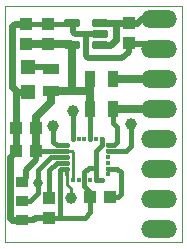
<source format=gbr>
%TF.GenerationSoftware,KiCad,Pcbnew,7.0.1*%
%TF.CreationDate,2023-08-18T01:43:33-03:00*%
%TF.ProjectId,PCB-MPU-9150,5043422d-4d50-4552-9d39-3135302e6b69,rev?*%
%TF.SameCoordinates,Original*%
%TF.FileFunction,Copper,L1,Top*%
%TF.FilePolarity,Positive*%
%FSLAX46Y46*%
G04 Gerber Fmt 4.6, Leading zero omitted, Abs format (unit mm)*
G04 Created by KiCad (PCBNEW 7.0.1) date 2023-08-18 01:43:33*
%MOMM*%
%LPD*%
G01*
G04 APERTURE LIST*
G04 Aperture macros list*
%AMRoundRect*
0 Rectangle with rounded corners*
0 $1 Rounding radius*
0 $2 $3 $4 $5 $6 $7 $8 $9 X,Y pos of 4 corners*
0 Add a 4 corners polygon primitive as box body*
4,1,4,$2,$3,$4,$5,$6,$7,$8,$9,$2,$3,0*
0 Add four circle primitives for the rounded corners*
1,1,$1+$1,$2,$3*
1,1,$1+$1,$4,$5*
1,1,$1+$1,$6,$7*
1,1,$1+$1,$8,$9*
0 Add four rect primitives between the rounded corners*
20,1,$1+$1,$2,$3,$4,$5,0*
20,1,$1+$1,$4,$5,$6,$7,0*
20,1,$1+$1,$6,$7,$8,$9,0*
20,1,$1+$1,$8,$9,$2,$3,0*%
G04 Aperture macros list end*
%TA.AperFunction,SMDPad,CuDef*%
%ADD10R,1.000000X1.100000*%
%TD*%
%TA.AperFunction,SMDPad,CuDef*%
%ADD11R,1.397000X0.889000*%
%TD*%
%TA.AperFunction,SMDPad,CuDef*%
%ADD12R,1.100000X1.000000*%
%TD*%
%TA.AperFunction,SMDPad,CuDef*%
%ADD13RoundRect,0.060000X0.615000X-0.240000X0.615000X0.240000X-0.615000X0.240000X-0.615000X-0.240000X0*%
%TD*%
%TA.AperFunction,SMDPad,CuDef*%
%ADD14R,1.198880X1.198880*%
%TD*%
%TA.AperFunction,SMDPad,CuDef*%
%ADD15R,1.000000X0.889000*%
%TD*%
%TA.AperFunction,SMDPad,CuDef*%
%ADD16R,0.889000X1.397000*%
%TD*%
%TA.AperFunction,SMDPad,CuDef*%
%ADD17R,0.350000X0.400000*%
%TD*%
%TA.AperFunction,SMDPad,CuDef*%
%ADD18R,0.400000X0.350000*%
%TD*%
%TA.AperFunction,ComponentPad*%
%ADD19O,3.016000X1.508000*%
%TD*%
%TA.AperFunction,ViaPad*%
%ADD20C,1.000000*%
%TD*%
%TA.AperFunction,ViaPad*%
%ADD21C,0.800000*%
%TD*%
%TA.AperFunction,Conductor*%
%ADD22C,0.400000*%
%TD*%
%TA.AperFunction,Conductor*%
%ADD23C,0.600000*%
%TD*%
%TA.AperFunction,Conductor*%
%ADD24C,0.500000*%
%TD*%
%TA.AperFunction,Conductor*%
%ADD25C,0.700000*%
%TD*%
%TA.AperFunction,Conductor*%
%ADD26C,0.250000*%
%TD*%
%TA.AperFunction,Profile*%
%ADD27C,0.100000*%
%TD*%
G04 APERTURE END LIST*
D10*
%TO.P,C2,1*%
%TO.N,GND*%
X158600000Y-57950000D03*
%TO.P,C2,2*%
%TO.N,Net-(U1-REGOUT)*%
X158600000Y-56250000D03*
%TD*%
D11*
%TO.P,R3,1*%
%TO.N,+3.3V*%
X158775238Y-47184250D03*
%TO.P,R3,2*%
%TO.N,Net-(LED1-A)*%
X158775238Y-45279250D03*
%TD*%
D12*
%TO.P,C1,1*%
%TO.N,GND*%
X162100000Y-56150000D03*
%TO.P,C1,2*%
%TO.N,Net-(U1-CPOUT)*%
X163800000Y-56150000D03*
%TD*%
D13*
%TO.P,U2,1,VIN*%
%TO.N,VCC*%
X162890238Y-43300000D03*
%TO.P,U2,2,GND*%
%TO.N,GND*%
X162890238Y-42350000D03*
X160520238Y-41400000D03*
%TO.P,U2,3,EN*%
%TO.N,VCC*%
X162890238Y-41400000D03*
%TO.P,U2,5,VOUT*%
%TO.N,+3.3V*%
X160520238Y-43300000D03*
%TD*%
D10*
%TO.P,C5,1*%
%TO.N,GND*%
X156655238Y-41500000D03*
%TO.P,C5,2*%
%TO.N,+3.3V*%
X156655238Y-43200000D03*
%TD*%
D14*
%TO.P,LED1,1,A*%
%TO.N,Net-(LED1-A)*%
X156825238Y-45150980D03*
%TO.P,LED1,2,K*%
%TO.N,GND*%
X156825238Y-47249020D03*
%TD*%
D10*
%TO.P,C7,1*%
%TO.N,VCC*%
X165350000Y-41450000D03*
%TO.P,C7,2*%
%TO.N,GND*%
X165350000Y-43150000D03*
%TD*%
D15*
%TO.P,JP1,1,A*%
%TO.N,GND*%
X156300000Y-58100000D03*
%TO.P,JP1,2,C*%
%TO.N,/AD0*%
X156300000Y-56500000D03*
%TO.P,JP1,3,B*%
%TO.N,+3.3V*%
X156300000Y-54900000D03*
%TD*%
D12*
%TO.P,C4,1*%
%TO.N,+3.3V*%
X157515238Y-52240000D03*
%TO.P,C4,2*%
%TO.N,GND*%
X155815238Y-52240000D03*
%TD*%
D10*
%TO.P,C6,1*%
%TO.N,GND*%
X158515238Y-41500000D03*
%TO.P,C6,2*%
%TO.N,+3.3V*%
X158515238Y-43200000D03*
%TD*%
D12*
%TO.P,C3,1*%
%TO.N,+3.3V*%
X157515238Y-50320000D03*
%TO.P,C3,2*%
%TO.N,GND*%
X155815238Y-50320000D03*
%TD*%
D16*
%TO.P,R1,1*%
%TO.N,+3.3V*%
X162105238Y-48710000D03*
%TO.P,R1,2*%
%TO.N,/SDA*%
X164010238Y-48710000D03*
%TD*%
%TO.P,R2,1*%
%TO.N,+3.3V*%
X162095238Y-46170000D03*
%TO.P,R2,2*%
%TO.N,/SCL*%
X164000238Y-46170000D03*
%TD*%
D17*
%TO.P,U1,1,CLKIN*%
%TO.N,GND*%
X163105238Y-51255000D03*
%TO.P,U1,2,RESV*%
%TO.N,unconnected-(U1-RESV-Pad2)*%
X162605238Y-51255000D03*
%TO.P,U1,3,VDD*%
%TO.N,+3.3V*%
X162105238Y-51255000D03*
%TO.P,U1,4,RESV*%
%TO.N,unconnected-(U1-RESV-Pad4)*%
X161605238Y-51255000D03*
%TO.P,U1,5,RESV*%
%TO.N,unconnected-(U1-RESV-Pad5)*%
X161105238Y-51255000D03*
%TO.P,U1,6,ES_DA*%
%TO.N,/XDA*%
X160605238Y-51255000D03*
D18*
%TO.P,U1,7,ES_CL*%
%TO.N,/XCL*%
X160120238Y-51740000D03*
%TO.P,U1,8,VLOGIC*%
%TO.N,+3.3V*%
X160120238Y-52240000D03*
%TO.P,U1,9,AD0*%
%TO.N,/AD0*%
X160120238Y-52740000D03*
%TO.P,U1,10,REGOUT*%
%TO.N,Net-(U1-REGOUT)*%
X160120238Y-53240000D03*
%TO.P,U1,11,FSYNC*%
%TO.N,GND*%
X160120238Y-53740000D03*
%TO.P,U1,12,INT*%
%TO.N,/INT*%
X160120238Y-54240000D03*
D17*
%TO.P,U1,13,VDD*%
%TO.N,+3.3V*%
X160605238Y-54725000D03*
%TO.P,U1,14,RESV*%
%TO.N,unconnected-(U1-RESV-Pad14)*%
X161105238Y-54725000D03*
%TO.P,U1,15,GND*%
%TO.N,GND*%
X161605238Y-54725000D03*
%TO.P,U1,16,RESV*%
%TO.N,unconnected-(U1-RESV-Pad16)*%
X162105238Y-54725000D03*
%TO.P,U1,17,GND*%
%TO.N,GND*%
X162605238Y-54725000D03*
%TO.P,U1,18,GND*%
X163105238Y-54725000D03*
D18*
%TO.P,U1,19,RESV*%
%TO.N,unconnected-(U1-RESV-Pad19)*%
X163590238Y-54240000D03*
%TO.P,U1,20,CPOUT*%
%TO.N,Net-(U1-CPOUT)*%
X163590238Y-53740000D03*
%TO.P,U1,21,RESV*%
%TO.N,unconnected-(U1-RESV-Pad21)*%
X163590238Y-53240000D03*
%TO.P,U1,22,RESV*%
%TO.N,unconnected-(U1-RESV-Pad22)*%
X163590238Y-52740000D03*
%TO.P,U1,23,SCL*%
%TO.N,/SCL*%
X163590238Y-52240000D03*
%TO.P,U1,24,SDA*%
%TO.N,/SDA*%
X163590238Y-51740000D03*
%TD*%
D19*
%TO.P,P1,1,P1*%
%TO.N,VCC*%
X167895238Y-41090000D03*
%TO.P,P1,2,P2*%
%TO.N,GND*%
X167895238Y-43630000D03*
%TO.P,P1,3,P3*%
%TO.N,/SCL*%
X167895238Y-46170000D03*
%TO.P,P1,4,P4*%
%TO.N,/SDA*%
X167895238Y-48710000D03*
%TO.P,P1,5,P5*%
%TO.N,/XDA*%
X167895238Y-51250000D03*
%TO.P,P1,6,P6*%
%TO.N,/XCL*%
X167895238Y-53790000D03*
%TO.P,P1,7,P7*%
%TO.N,/AD0*%
X167895238Y-56330000D03*
%TO.P,P1,8,P8*%
%TO.N,/INT*%
X167895238Y-58870000D03*
%TD*%
D20*
%TO.N,/SCL*%
X165575238Y-50000000D03*
%TO.N,/XDA*%
X160605238Y-48890000D03*
%TO.N,/XCL*%
X158975238Y-50150000D03*
%TO.N,/INT*%
X160500000Y-56200000D03*
D21*
%TO.N,/AD0*%
X157700000Y-54950000D03*
%TD*%
D22*
%TO.N,GND*%
X163105238Y-51255000D02*
X163090238Y-51270000D01*
X158515238Y-41500000D02*
X160575238Y-41500000D01*
X162600000Y-53689524D02*
X162605238Y-53694762D01*
D23*
X155500000Y-46800000D02*
X155949020Y-47249020D01*
D24*
X161700000Y-44200000D02*
X161700000Y-42450000D01*
X161800000Y-42350000D02*
X162890238Y-42350000D01*
D22*
X161605238Y-54044762D02*
X161605238Y-54725000D01*
D23*
X155815238Y-52240000D02*
X155285238Y-52770000D01*
D22*
X161605238Y-54725000D02*
X161605238Y-55200000D01*
D24*
X165400000Y-43200000D02*
X165350000Y-43150000D01*
X161900000Y-44400000D02*
X161700000Y-44200000D01*
D22*
X162100000Y-55694762D02*
X162100000Y-56150000D01*
X161955238Y-53694762D02*
X161605238Y-54044762D01*
D24*
X160800000Y-42350000D02*
X161800000Y-42350000D01*
D23*
X155815238Y-50320000D02*
X155815238Y-52240000D01*
D24*
X165350000Y-43850000D02*
X164800000Y-44400000D01*
D22*
X163090238Y-51745000D02*
X162600000Y-52235238D01*
D24*
X157450000Y-57950000D02*
X157300000Y-58100000D01*
D23*
X155285238Y-52770000D02*
X155285238Y-57950000D01*
X155685238Y-41500000D02*
X155500000Y-41685238D01*
X155500000Y-41685238D02*
X155500000Y-46800000D01*
D24*
X160665238Y-41590000D02*
X160665238Y-42215238D01*
D23*
X155435238Y-58100000D02*
X156300000Y-58100000D01*
D24*
X161700000Y-42450000D02*
X161800000Y-42350000D01*
D22*
X162605238Y-53694762D02*
X162605238Y-54205238D01*
D24*
X165350000Y-43150000D02*
X165350000Y-43850000D01*
D22*
X162100000Y-56150000D02*
X162100000Y-57450000D01*
X159550000Y-57900000D02*
X159500000Y-57850000D01*
X158515238Y-41500000D02*
X156655238Y-41500000D01*
D24*
X164800000Y-44400000D02*
X161900000Y-44400000D01*
X157300000Y-58100000D02*
X156300000Y-58100000D01*
D22*
X158650000Y-57900000D02*
X158600000Y-57950000D01*
X162600000Y-52235238D02*
X162600000Y-53689524D01*
X159500000Y-57850000D02*
X159500000Y-53900000D01*
X162100000Y-57450000D02*
X161650000Y-57900000D01*
X159500000Y-53900000D02*
X159660000Y-53740000D01*
X162605238Y-53694762D02*
X161955238Y-53694762D01*
X162605238Y-54725000D02*
X162605238Y-54205238D01*
D24*
X167895238Y-43630000D02*
X167465238Y-43200000D01*
D22*
X161605238Y-55200000D02*
X162100000Y-55694762D01*
D24*
X158600000Y-57950000D02*
X157450000Y-57950000D01*
X160665238Y-42215238D02*
X160800000Y-42350000D01*
D22*
X163105238Y-54725000D02*
X162605238Y-54725000D01*
X161650000Y-57900000D02*
X158650000Y-57900000D01*
D23*
X155285238Y-57950000D02*
X155435238Y-58100000D01*
D24*
X167465238Y-43200000D02*
X165400000Y-43200000D01*
D22*
X159660000Y-53740000D02*
X160120238Y-53740000D01*
D23*
X155949020Y-47249020D02*
X155815238Y-47382802D01*
X156655238Y-41500000D02*
X155685238Y-41500000D01*
X155949020Y-47249020D02*
X156825238Y-47249020D01*
X155815238Y-47382802D02*
X155815238Y-50320000D01*
D22*
X163090238Y-51270000D02*
X163090238Y-51745000D01*
%TO.N,Net-(U1-CPOUT)*%
X164385238Y-53740000D02*
X163590238Y-53740000D01*
X164700000Y-55900000D02*
X164700000Y-54054762D01*
X164700000Y-54054762D02*
X164385238Y-53740000D01*
X164450000Y-56150000D02*
X164700000Y-55900000D01*
X163800000Y-56150000D02*
X164450000Y-56150000D01*
%TO.N,Net-(U1-REGOUT)*%
X159260000Y-53240000D02*
X160120238Y-53240000D01*
X158600000Y-53900000D02*
X159260000Y-53240000D01*
X158600000Y-56250000D02*
X158600000Y-53900000D01*
D25*
%TO.N,+3.3V*%
X157515238Y-50320000D02*
X157515238Y-52240000D01*
X158515238Y-43200000D02*
X160420238Y-43200000D01*
X162090988Y-47184250D02*
X160545238Y-47184250D01*
X158775238Y-48090000D02*
X157515238Y-49350000D01*
X160520238Y-47159250D02*
X160545238Y-47184250D01*
X162095238Y-47180000D02*
X162090988Y-47184250D01*
X162095238Y-48700000D02*
X162105238Y-48710000D01*
X156655238Y-43200000D02*
X158515238Y-43200000D01*
X158775238Y-47184250D02*
X158775238Y-48090000D01*
X160520238Y-43300000D02*
X160520238Y-47159250D01*
D24*
X156650000Y-54550000D02*
X156650000Y-53850000D01*
D26*
X160540000Y-52240000D02*
X160120238Y-52240000D01*
D25*
X157515238Y-49350000D02*
X157515238Y-50320000D01*
D24*
X157515238Y-52984762D02*
X157515238Y-52240000D01*
D26*
X160605238Y-52305238D02*
X160540000Y-52240000D01*
D25*
X162095238Y-46170000D02*
X162095238Y-47180000D01*
D24*
X156650000Y-53850000D02*
X157515238Y-52984762D01*
D22*
X162105238Y-51255000D02*
X162105238Y-48710000D01*
D25*
X160545238Y-47184250D02*
X158775238Y-47184250D01*
D26*
X160605238Y-54725000D02*
X160605238Y-52305238D01*
D22*
X157515238Y-52240000D02*
X160120238Y-52240000D01*
D24*
X156300000Y-54900000D02*
X156650000Y-54550000D01*
D25*
X162095238Y-47180000D02*
X162095238Y-48700000D01*
X160420238Y-43200000D02*
X160520238Y-43300000D01*
D23*
%TO.N,VCC*%
X166050000Y-41450000D02*
X165350000Y-41450000D01*
X163800000Y-43300000D02*
X162890238Y-43300000D01*
X164250000Y-42850000D02*
X163800000Y-43300000D01*
X165300000Y-41400000D02*
X165350000Y-41450000D01*
X167895238Y-41090000D02*
X166410000Y-41090000D01*
X162890238Y-41400000D02*
X164250000Y-41400000D01*
X164250000Y-41400000D02*
X164250000Y-42850000D01*
X164250000Y-41400000D02*
X165300000Y-41400000D01*
X166410000Y-41090000D02*
X166050000Y-41450000D01*
D24*
%TO.N,Net-(LED1-A)*%
X158646968Y-45150980D02*
X158775238Y-45279250D01*
X156825238Y-45150980D02*
X158646968Y-45150980D01*
D22*
%TO.N,/SCL*%
X165575238Y-51810000D02*
X165145238Y-52240000D01*
D25*
X165575238Y-46170000D02*
X164000238Y-46170000D01*
D22*
X165145238Y-52240000D02*
X163590238Y-52240000D01*
D25*
X167895238Y-46170000D02*
X165575238Y-46170000D01*
D22*
X165575238Y-50000000D02*
X165575238Y-51810000D01*
D25*
%TO.N,/SDA*%
X167895238Y-48710000D02*
X164010238Y-48710000D01*
D22*
X164145238Y-51740000D02*
X163590238Y-51740000D01*
X164355238Y-51530000D02*
X164355238Y-50240000D01*
X164355238Y-50240000D02*
X164010238Y-49895000D01*
X164145238Y-51740000D02*
X164355238Y-51530000D01*
X164010238Y-49895000D02*
X164010238Y-48710000D01*
%TO.N,/XDA*%
X160605238Y-51255000D02*
X160605238Y-48890000D01*
D25*
%TO.N,/XCL*%
X167895238Y-53790000D02*
X167065238Y-53790000D01*
D22*
X158975238Y-51460000D02*
X158975238Y-50150000D01*
X159255238Y-51740000D02*
X158975238Y-51460000D01*
X160120238Y-51740000D02*
X159255238Y-51740000D01*
D26*
%TO.N,/INT*%
X160120238Y-55070238D02*
X160120238Y-54240000D01*
X160500000Y-56200000D02*
X160500000Y-55450000D01*
X160500000Y-55450000D02*
X160120238Y-55070238D01*
D22*
%TO.N,/AD0*%
X157700000Y-53850000D02*
X158810000Y-52740000D01*
X157700000Y-54950000D02*
X157700000Y-53850000D01*
X157700000Y-54950000D02*
X157650000Y-55000000D01*
X157650000Y-55000000D02*
X157650000Y-55850000D01*
X157000000Y-56500000D02*
X156300000Y-56500000D01*
X158810000Y-52740000D02*
X160120238Y-52740000D01*
X157650000Y-55850000D02*
X157000000Y-56500000D01*
%TD*%
D27*
X154885238Y-60000000D02*
X154885238Y-40000000D01*
X169885238Y-60000000D02*
X169885238Y-40000000D01*
X154885238Y-54825000D02*
X154885238Y-45175000D01*
X154885238Y-40000000D02*
X169885238Y-40000000D01*
X154885238Y-60000000D02*
X169885238Y-60000000D01*
M02*

</source>
